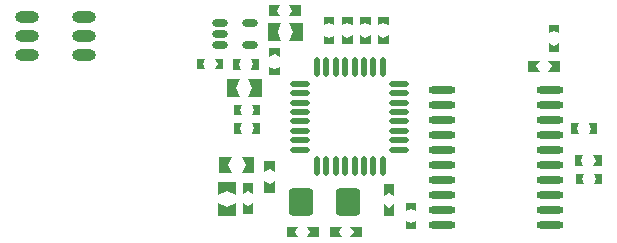
<source format=gtp>
G04 Layer_Color=8421504*
%FSLAX24Y24*%
%MOIN*%
G70*
G01*
G75*
%ADD13O,0.0906X0.0236*%
G04:AMPARAMS|DCode=16|XSize=90.6mil|YSize=82.7mil|CornerRadius=12.4mil|HoleSize=0mil|Usage=FLASHONLY|Rotation=90.000|XOffset=0mil|YOffset=0mil|HoleType=Round|Shape=RoundedRectangle|*
%AMROUNDEDRECTD16*
21,1,0.0906,0.0579,0,0,90.0*
21,1,0.0657,0.0827,0,0,90.0*
1,1,0.0248,0.0289,0.0329*
1,1,0.0248,0.0289,-0.0329*
1,1,0.0248,-0.0289,-0.0329*
1,1,0.0248,-0.0289,0.0329*
%
%ADD16ROUNDEDRECTD16*%
%ADD17O,0.0650X0.0217*%
%ADD18O,0.0217X0.0650*%
%ADD20O,0.0531X0.0236*%
%ADD23O,0.0787X0.0394*%
G36*
X30876Y29636D02*
X30463D01*
X30591Y29911D01*
X30463Y30187D01*
X30876D01*
Y29636D01*
D02*
G37*
G36*
X31575Y29656D02*
X31398Y29774D01*
X31220Y29656D01*
Y30049D01*
X31575D01*
Y29656D01*
D02*
G37*
G36*
X41772Y30049D02*
X41850Y29872D01*
X41575D01*
Y30226D01*
X41850D01*
X41772Y30049D01*
D02*
G37*
G36*
X42480Y29262D02*
X42204D01*
X42283Y29439D01*
X42204Y29616D01*
X42480D01*
Y29262D01*
D02*
G37*
G36*
X31575Y28986D02*
X31220D01*
Y29380D01*
X31398Y29262D01*
X31575Y29380D01*
Y28986D01*
D02*
G37*
G36*
X30000Y29911D02*
X30128Y29636D01*
X29715D01*
Y30187D01*
X30128D01*
X30000Y29911D01*
D02*
G37*
G36*
X30394Y31132D02*
X30472Y30955D01*
X30197D01*
Y31309D01*
X30472D01*
X30394Y31132D01*
D02*
G37*
G36*
X31082Y30955D02*
X30807D01*
X30886Y31132D01*
X30807Y31309D01*
X31082D01*
Y30955D01*
D02*
G37*
G36*
X30394Y31742D02*
X30472Y31565D01*
X30197D01*
Y31919D01*
X30472D01*
X30394Y31742D01*
D02*
G37*
G36*
X42460Y29872D02*
X42185D01*
X42264Y30049D01*
X42185Y30226D01*
X42460D01*
Y29872D01*
D02*
G37*
G36*
X41624Y31112D02*
X41703Y30935D01*
X41427D01*
Y31289D01*
X41703D01*
X41624Y31112D01*
D02*
G37*
G36*
X42313Y30935D02*
X42037D01*
X42116Y31112D01*
X42037Y31289D01*
X42313D01*
Y30935D01*
D02*
G37*
G36*
X41791Y29439D02*
X41870Y29262D01*
X41594D01*
Y29616D01*
X41870D01*
X41791Y29439D01*
D02*
G37*
G36*
X33022Y27500D02*
X32628D01*
X32746Y27677D01*
X32628Y27854D01*
X33022D01*
Y27500D01*
D02*
G37*
G36*
X36280Y27766D02*
X35925D01*
Y28042D01*
X36102Y27963D01*
X36280Y28042D01*
Y27766D01*
D02*
G37*
G36*
Y28376D02*
X36102Y28455D01*
X35925Y28376D01*
Y28652D01*
X36280D01*
Y28376D01*
D02*
G37*
G36*
X33691Y27676D02*
X33809Y27499D01*
X33415D01*
Y27853D01*
X33809D01*
X33691Y27676D01*
D02*
G37*
G36*
X34478Y27499D02*
X34085D01*
X34203Y27676D01*
X34085Y27853D01*
X34478D01*
Y27499D01*
D02*
G37*
G36*
X32234Y27677D02*
X32352Y27500D01*
X31959D01*
Y27854D01*
X32352D01*
X32234Y27677D01*
D02*
G37*
G36*
X35551Y28868D02*
X35374Y28986D01*
X35197Y28868D01*
Y29262D01*
X35551D01*
Y28868D01*
D02*
G37*
G36*
X30256Y28898D02*
X29970Y29026D01*
X29685Y28898D01*
Y29350D01*
X30256D01*
Y28898D01*
D02*
G37*
G36*
X30846Y28927D02*
X30669Y29045D01*
X30492Y28927D01*
Y29321D01*
X30846D01*
Y28927D01*
D02*
G37*
G36*
X35551Y28199D02*
X35197D01*
Y28593D01*
X35374Y28474D01*
X35551Y28593D01*
Y28199D01*
D02*
G37*
G36*
X30256Y28189D02*
X29685D01*
Y28642D01*
X29970Y28514D01*
X30256Y28642D01*
Y28189D01*
D02*
G37*
G36*
X30846Y28258D02*
X30492D01*
Y28652D01*
X30669Y28533D01*
X30846Y28652D01*
Y28258D01*
D02*
G37*
G36*
X34754Y33947D02*
X34400D01*
Y34223D01*
X34577Y34144D01*
X34754Y34223D01*
Y33947D01*
D02*
G37*
G36*
X35354D02*
X35000D01*
Y34223D01*
X35177Y34144D01*
X35354Y34223D01*
Y33947D01*
D02*
G37*
G36*
X41053Y34291D02*
X40876Y34370D01*
X40699Y34291D01*
Y34567D01*
X41053D01*
Y34291D01*
D02*
G37*
G36*
X32490Y34055D02*
X32037D01*
X32165Y34341D01*
X32037Y34626D01*
X32490D01*
Y34055D01*
D02*
G37*
G36*
X33553Y33947D02*
X33199D01*
Y34222D01*
X33376Y34144D01*
X33553Y34222D01*
Y33947D01*
D02*
G37*
G36*
X34154Y33947D02*
X33799D01*
Y34223D01*
X33976Y34144D01*
X34154Y34223D01*
Y33947D01*
D02*
G37*
G36*
X35354Y34557D02*
X35177Y34636D01*
X35000Y34557D01*
Y34833D01*
X35354D01*
Y34557D01*
D02*
G37*
G36*
X31634Y35049D02*
X31752Y34872D01*
X31358D01*
Y35226D01*
X31752D01*
X31634Y35049D01*
D02*
G37*
G36*
X32421Y34872D02*
X32028D01*
X32146Y35049D01*
X32028Y35226D01*
X32421D01*
Y34872D01*
D02*
G37*
G36*
X33553Y34557D02*
X33376Y34636D01*
X33199Y34557D01*
Y34832D01*
X33553D01*
Y34557D01*
D02*
G37*
G36*
X34154Y34557D02*
X33976Y34636D01*
X33799Y34557D01*
Y34833D01*
X34154D01*
Y34557D01*
D02*
G37*
G36*
X34754D02*
X34577Y34636D01*
X34400Y34557D01*
Y34833D01*
X34754D01*
Y34557D01*
D02*
G37*
G36*
X31654Y34341D02*
X31781Y34055D01*
X31329D01*
Y34626D01*
X31781D01*
X31654Y34341D01*
D02*
G37*
G36*
X40285Y33199D02*
X40404Y33022D01*
X40010D01*
Y33376D01*
X40404D01*
X40285Y33199D01*
D02*
G37*
G36*
X41073Y33022D02*
X40679D01*
X40797Y33199D01*
X40679Y33376D01*
X41073D01*
Y33022D01*
D02*
G37*
G36*
X30354Y33258D02*
X30433Y33081D01*
X30157D01*
Y33435D01*
X30433D01*
X30354Y33258D01*
D02*
G37*
G36*
X31082Y31565D02*
X30807D01*
X30886Y31742D01*
X30807Y31919D01*
X31082D01*
Y31565D01*
D02*
G37*
G36*
X30285Y32470D02*
X30413Y32185D01*
X29961D01*
Y32756D01*
X30413D01*
X30285Y32470D01*
D02*
G37*
G36*
X31122Y32185D02*
X30669D01*
X30797Y32470D01*
X30669Y32756D01*
X31122D01*
Y32185D01*
D02*
G37*
G36*
X31732Y32904D02*
X31378D01*
Y33179D01*
X31555Y33100D01*
X31732Y33179D01*
Y32904D01*
D02*
G37*
G36*
Y33514D02*
X31555Y33592D01*
X31378Y33514D01*
Y33789D01*
X31732D01*
Y33514D01*
D02*
G37*
G36*
X41053Y33681D02*
X40699D01*
Y33957D01*
X40876Y33878D01*
X41053Y33957D01*
Y33681D01*
D02*
G37*
G36*
X31043Y33081D02*
X30767D01*
X30846Y33258D01*
X30767Y33435D01*
X31043D01*
Y33081D01*
D02*
G37*
G36*
X29163Y33278D02*
X29242Y33100D01*
X28967D01*
Y33455D01*
X29242D01*
X29163Y33278D01*
D02*
G37*
G36*
X29852Y33100D02*
X29577D01*
X29655Y33278D01*
X29577Y33455D01*
X29852D01*
Y33100D01*
D02*
G37*
D13*
X40728Y27917D02*
D03*
Y28417D02*
D03*
Y28917D02*
D03*
Y29417D02*
D03*
Y29917D02*
D03*
Y30417D02*
D03*
Y30917D02*
D03*
Y31417D02*
D03*
Y31917D02*
D03*
Y32417D02*
D03*
X37146Y27917D02*
D03*
Y28417D02*
D03*
Y28917D02*
D03*
Y29417D02*
D03*
Y29917D02*
D03*
Y30417D02*
D03*
Y30917D02*
D03*
Y31417D02*
D03*
Y31917D02*
D03*
Y32417D02*
D03*
D16*
X34006Y28671D02*
D03*
X32431D02*
D03*
D17*
X32411Y30413D02*
D03*
Y30728D02*
D03*
Y31043D02*
D03*
Y31358D02*
D03*
Y31673D02*
D03*
Y31988D02*
D03*
Y32303D02*
D03*
Y32618D02*
D03*
X35719D02*
D03*
Y32303D02*
D03*
Y31988D02*
D03*
Y31673D02*
D03*
Y31358D02*
D03*
Y31043D02*
D03*
Y30728D02*
D03*
Y30413D02*
D03*
D18*
X32963Y33169D02*
D03*
X33278D02*
D03*
X33593D02*
D03*
X33907D02*
D03*
X34222D02*
D03*
X34537D02*
D03*
X34852D02*
D03*
X35167D02*
D03*
Y29862D02*
D03*
X34852D02*
D03*
X34537D02*
D03*
X34222D02*
D03*
X33907D02*
D03*
X33593D02*
D03*
X33278D02*
D03*
X32963D02*
D03*
D20*
X29744Y33898D02*
D03*
X30728D02*
D03*
X29744Y34646D02*
D03*
X30728D02*
D03*
X29744Y34272D02*
D03*
D23*
X25217Y33563D02*
D03*
Y34193D02*
D03*
Y34823D02*
D03*
X23287Y33563D02*
D03*
Y34193D02*
D03*
Y34823D02*
D03*
M02*

</source>
